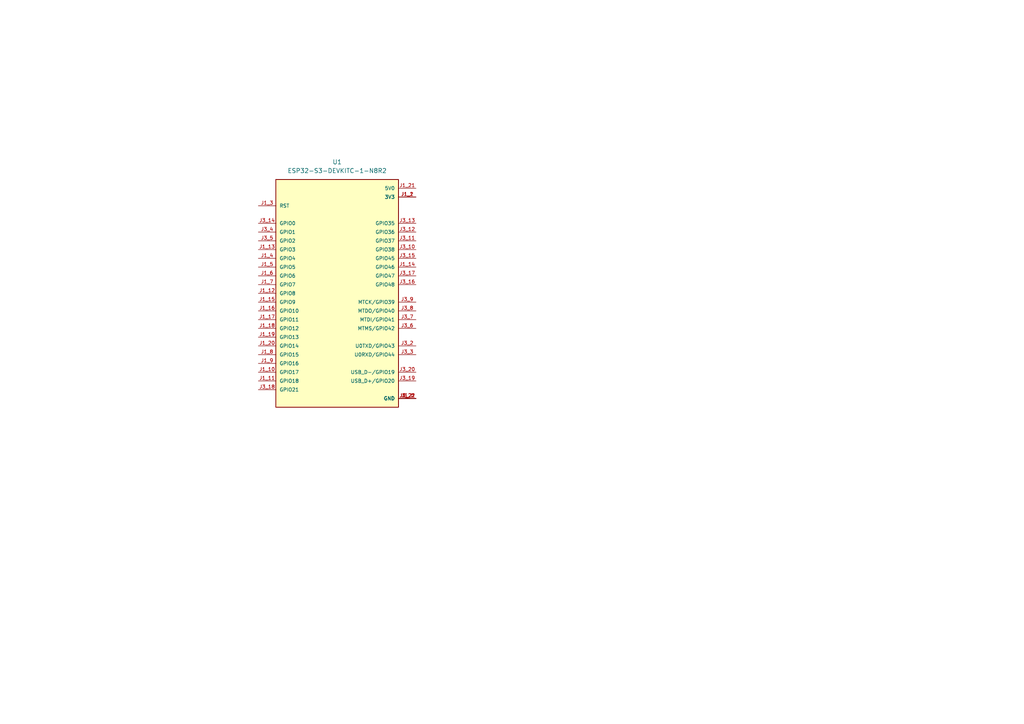
<source format=kicad_sch>
(kicad_sch (version 20231120) (generator "eeschema") (generator_version "8.0")
  (paper "A4")
  (lib_symbols
    (symbol "IanLIB:ESP32-S3-DEVKITC-1-N8R2" (pin_names (offset 1.016))
      (property "Reference" "U" (at -17.78 35.56 0))
      (property "Value" "ESP32-S3-DEVKITC-1-N8R2" (at -17.78 -35.56 0))
      (symbol "ESP32-S3-DEVKITC-1-N8R2_0_0"
        (rectangle (start -17.78 -33.02) (end 17.78 33.02) (stroke (width 0.254)) (fill (type background)))
        (pin power_in line (at 22.86 27.94 180) (length 5.08) (name "3V3") (number "J1_1"))
        (pin bidirectional line (at -22.86 -22.86 0) (length 5.08) (name "GPIO17") (number "J1_10"))
        (pin bidirectional line (at -22.86 -25.4 0) (length 5.08) (name "GPIO18") (number "J1_11"))
        (pin bidirectional line (at -22.86 0 0) (length 5.08) (name "GPIO8") (number "J1_12"))
        (pin bidirectional line (at -22.86 12.7 0) (length 5.08) (name "GPIO3") (number "J1_13"))
        (pin bidirectional line (at 22.86 7.62 180) (length 5.08) (name "GPIO46") (number "J1_14"))
        (pin bidirectional line (at -22.86 -2.54 0) (length 5.08) (name "GPIO9") (number "J1_15"))
        (pin bidirectional line (at -22.86 -5.08 0) (length 5.08) (name "GPIO10") (number "J1_16"))
        (pin bidirectional line (at -22.86 -7.62 0) (length 5.08) (name "GPIO11") (number "J1_17"))
        (pin bidirectional line (at -22.86 -10.16 0) (length 5.08) (name "GPIO12") (number "J1_18"))
        (pin bidirectional line (at -22.86 -12.7 0) (length 5.08) (name "GPIO13") (number "J1_19"))
        (pin power_in line (at 22.86 27.94 180) (length 5.08) (name "3V3") (number "J1_2"))
        (pin bidirectional line (at -22.86 -15.24 0) (length 5.08) (name "GPIO14") (number "J1_20"))
        (pin power_in line (at 22.86 30.48 180) (length 5.08) (name "5V0") (number "J1_21"))
        (pin power_in line (at 22.86 -30.48 180) (length 5.08) (name "GND") (number "J1_22"))
        (pin input line (at -22.86 25.4 0) (length 5.08) (name "RST") (number "J1_3"))
        (pin bidirectional line (at -22.86 10.16 0) (length 5.08) (name "GPIO4") (number "J1_4"))
        (pin bidirectional line (at -22.86 7.62 0) (length 5.08) (name "GPIO5") (number "J1_5"))
        (pin bidirectional line (at -22.86 5.08 0) (length 5.08) (name "GPIO6") (number "J1_6"))
        (pin bidirectional line (at -22.86 2.54 0) (length 5.08) (name "GPIO7") (number "J1_7"))
        (pin bidirectional line (at -22.86 -17.78 0) (length 5.08) (name "GPIO15") (number "J1_8"))
        (pin bidirectional line (at -22.86 -20.32 0) (length 5.08) (name "GPIO16") (number "J1_9"))
        (pin power_in line (at 22.86 -30.48 180) (length 5.08) (name "GND") (number "J3_1"))
        (pin bidirectional line (at 22.86 12.7 180) (length 5.08) (name "GPIO38") (number "J3_10"))
        (pin bidirectional line (at 22.86 15.24 180) (length 5.08) (name "GPIO37") (number "J3_11"))
        (pin bidirectional line (at 22.86 17.78 180) (length 5.08) (name "GPIO36") (number "J3_12"))
        (pin bidirectional line (at 22.86 20.32 180) (length 5.08) (name "GPIO35") (number "J3_13"))
        (pin bidirectional line (at -22.86 20.32 0) (length 5.08) (name "GPIO0") (number "J3_14"))
        (pin bidirectional line (at 22.86 10.16 180) (length 5.08) (name "GPIO45") (number "J3_15"))
        (pin bidirectional line (at 22.86 2.54 180) (length 5.08) (name "GPIO48") (number "J3_16"))
        (pin bidirectional line (at 22.86 5.08 180) (length 5.08) (name "GPIO47") (number "J3_17"))
        (pin bidirectional line (at -22.86 -27.94 0) (length 5.08) (name "GPIO21") (number "J3_18"))
        (pin bidirectional line (at 22.86 -25.4 180) (length 5.08) (name "USB_D+/GPIO20") (number "J3_19"))
        (pin bidirectional line (at 22.86 -15.24 180) (length 5.08) (name "U0TXD/GPIO43") (number "J3_2"))
        (pin bidirectional line (at 22.86 -22.86 180) (length 5.08) (name "USB_D-/GPIO19") (number "J3_20"))
        (pin power_in line (at 22.86 -30.48 180) (length 5.08) (name "GND") (number "J3_21"))
        (pin power_in line (at 22.86 -30.48 180) (length 5.08) (name "GND") (number "J3_22"))
        (pin bidirectional line (at 22.86 -17.78 180) (length 5.08) (name "U0RXD/GPIO44") (number "J3_3"))
        (pin bidirectional line (at -22.86 17.78 0) (length 5.08) (name "GPIO1") (number "J3_4"))
        (pin bidirectional line (at -22.86 15.24 0) (length 5.08) (name "GPIO2") (number "J3_5"))
        (pin bidirectional line (at 22.86 -10.16 180) (length 5.08) (name "MTMS/GPIO42") (number "J3_6"))
        (pin bidirectional line (at 22.86 -7.62 180) (length 5.08) (name "MTDI/GPIO41") (number "J3_7"))
        (pin bidirectional line (at 22.86 -5.08 180) (length 5.08) (name "MTDO/GPIO40") (number "J3_8"))
        (pin bidirectional line (at 22.86 -2.54 180) (length 5.08) (name "MTCK/GPIO39") (number "J3_9"))
      )
    )
  )
  (symbol (lib_id "IanLIB:ESP32-S3-DEVKITC-1-N8R2") (at 97.79 85.09 0) (unit 1)
    (property "Reference" "U1" (at 97.79 46.99 0))
    (property "Value" "ESP32-S3-DEVKITC-1-N8R2" (at 97.79 49.53 0))
    (property "Footprint" "IanLIB:XCVR_ESP32-S3-DEVKITC-1-N8R2" (effects (hide yes)))
    (property "MF" "Espressif Systems" (effects (hide yes)))
    (property "Description_1" "\n                        \n                            WiFi Development Tools - 802.11 (Engineering Samples Only) ESP32-S3 General-Purpose Development Board, ESP32-S3-WROOM-1-N8R2, with Pin Header\n                        \n" (effects (hide yes)))
    (property "Package" "None" (effects (hide yes)))
    (property "Price" "None" (effects (hide yes)))
    (property "Check_prices" "https://www.snapeda.com/parts/ESP32-S3-DEVKITC-1-N8R2/Espressif+Systems/view-part/?ref=eda" (effects (hide yes)))
    (property "STANDARD" "Manufacturer Recommendations" (effects (hide yes)))
    (property "PARTREV" "V1" (effects (hide yes)))
    (property "SnapEDA_Link" "https://www.snapeda.com/parts/ESP32-S3-DEVKITC-1-N8R2/Espressif+Systems/view-part/?ref=snap" (effects (hide yes)))
    (property "MP" "ESP32-S3-DEVKITC-1-N8R2" (effects (hide yes)))
    (property "Availability" "In Stock" (effects (hide yes)))
    (property "MANUFACTURER" "Espressif" (effects (hide yes)))
  )
)
</source>
